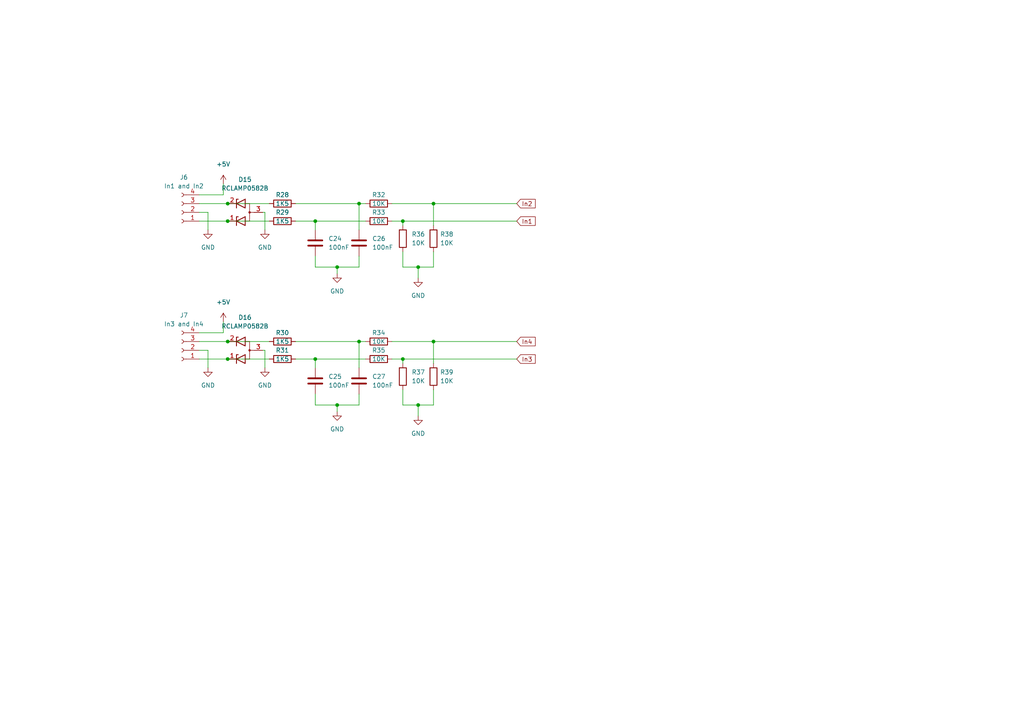
<source format=kicad_sch>
(kicad_sch (version 20230121) (generator eeschema)
  (paper "A4")
  (lib_symbols
    (symbol "Connector:Conn_01x04_Female" (pin_names (offset 1.016) hide)
      (property "Reference" "J" (at 0 5.08 0))
      (property "Value" "Conn_01x04_Female" (at 0 -7.62 0))
      (symbol "Conn_01x04_Female_1_1"
        (arc (start 0 -4.572) (mid -0.5058 -5.08) (end 0 -5.588) (stroke (width 0.1524)))
        (arc (start 0 -2.032) (mid -0.5058 -2.54) (end 0 -3.048) (stroke (width 0.1524)))
        (polyline (pts (xy -1.27 -5.08) (xy -0.508 -5.08)) (stroke (width 0.1524)))
        (polyline (pts (xy -1.27 -2.54) (xy -0.508 -2.54)) (stroke (width 0.1524)))
        (polyline (pts (xy -1.27 0) (xy -0.508 0)) (stroke (width 0.1524)))
        (polyline (pts (xy -1.27 2.54) (xy -0.508 2.54)) (stroke (width 0.1524)))
        (arc (start 0 0.508) (mid -0.5058 0) (end 0 -0.508) (stroke (width 0.1524)))
        (arc (start 0 3.048) (mid -0.5058 2.54) (end 0 2.032) (stroke (width 0.1524)))
        (pin passive line (at -5.08 2.54 0) (length 3.81) (name "Pin_1") (number "1"))
        (pin passive line (at -5.08 0 0) (length 3.81) (name "Pin_2") (number "2"))
        (pin passive line (at -5.08 -2.54 0) (length 3.81) (name "Pin_3") (number "3"))
        (pin passive line (at -5.08 -5.08 0) (length 3.81) (name "Pin_4") (number "4"))
      )
    )
    (symbol "Device:C" (pin_numbers hide) (pin_names (offset 0.254))
      (property "Reference" "C" (at 0.635 2.54 0))
      (property "Value" "C" (at 0.635 -2.54 0))
      (symbol "C_0_1"
        (polyline (pts (xy -2.032 -0.762) (xy 2.032 -0.762)) (stroke (width 0.508)))
        (polyline (pts (xy -2.032 0.762) (xy 2.032 0.762)) (stroke (width 0.508)))
      )
      (symbol "C_1_1"
        (pin passive line (at 0 3.81 270) (length 2.794) (name "~") (number "1"))
        (pin passive line (at 0 -3.81 90) (length 2.794) (name "~") (number "2"))
      )
    )
    (symbol "Device:R" (pin_numbers hide) (pin_names (offset 0))
      (property "Reference" "R" (at 2.032 0 90))
      (property "Value" "R" (at 0 0 90))
      (symbol "R_0_1"
        (rectangle (start -1.016 -2.54) (end 1.016 2.54) (stroke (width 0.254)))
      )
      (symbol "R_1_1"
        (pin passive line (at 0 3.81 270) (length 1.27) (name "~") (number "1"))
        (pin passive line (at 0 -3.81 90) (length 1.27) (name "~") (number "2"))
      )
    )
    (symbol "Power_Protection:RCLAMP0582B" (pin_names hide)
      (property "Reference" "D" (at 0 5.08 0))
      (property "Value" "RCLAMP0582B" (at 0 -5.08 0))
      (symbol "RCLAMP0582B_0_1"
        (polyline (pts (xy -2.54 0) (xy -1.27 0)))
        (polyline (pts (xy -1.27 2.54) (xy -1.27 -2.54)))
        (polyline (pts (xy 0 2.54) (xy -1.27 2.54)) (stroke (width 0.1524)))
        (polyline (pts (xy 2.54 3.81) (xy 2.54 1.27) (xy 2.032 1.27)) (stroke (width 0.254)))
        (polyline (pts (xy 0 1.27) (xy 0 3.81) (xy 2.54 2.54) (xy 0 1.27)) (stroke (width 0.254)))
        (pin passive line (at -5.08 0 0) (length 2.54) (name "A") (number "3"))
      )
      (symbol "RCLAMP0582B_1_1"
        (circle (center -1.27 0) (radius 0.254) (fill (type outline)))
        (polyline (pts (xy 0 -2.54) (xy -1.27 -2.54)) (stroke (width 0.1524)))
        (polyline (pts (xy 2.54 -1.27) (xy 2.54 -3.81) (xy 2.032 -3.81)) (stroke (width 0.254)))
        (polyline (pts (xy 0 -3.81) (xy 0 -1.27) (xy 2.54 -2.54) (xy 0 -3.81)) (stroke (width 0.254)))
        (pin passive line (at 5.08 2.54 180) (length 2.54) (name "K1") (number "1"))
        (pin passive line (at 5.08 -2.54 180) (length 2.54) (name "K2") (number "2"))
      )
    )
    (symbol "power:+5V" (power) (pin_names (offset 0))
      (property "Value" "+5V" (at 0 3.556 0))
      (symbol "+5V_0_1"
        (polyline (pts (xy -0.762 1.27) (xy 0 2.54)))
        (polyline (pts (xy 0 0) (xy 0 2.54)))
        (polyline (pts (xy 0 2.54) (xy 0.762 1.27)))
      )
      (symbol "+5V_1_1"
        (pin power_in line (at 0 0 90) (length 0) hide (name "+5V") (number "1"))
      )
    )
    (symbol "power:GND" (power) (pin_names (offset 0))
      (property "Value" "GND" (at 0 -3.81 0))
      (symbol "GND_0_1"
        (polyline (pts (xy 0 0) (xy 0 -1.27) (xy 1.27 -1.27) (xy 0 -2.54) (xy -1.27 -1.27) (xy 0 -1.27)))
      )
      (symbol "GND_1_1"
        (pin power_in line (at 0 0 270) (length 0) hide (name "GND") (number "1"))
      )
    )
  )
  (junction (at 104.14 99.06))
  (junction (at 121.285 117.475))
  (junction (at 116.84 104.14))
  (junction (at 121.285 77.47))
  (junction (at 66.04 104.14))
  (junction (at 97.79 77.47))
  (junction (at 91.44 104.14))
  (junction (at 91.44 64.135))
  (junction (at 66.04 64.135))
  (junction (at 116.84 64.135))
  (junction (at 125.73 59.055))
  (junction (at 97.79 117.475))
  (junction (at 66.04 59.055))
  (junction (at 66.04 99.06))
  (junction (at 104.14 59.055))
  (junction (at 125.73 99.06))
  (wire (pts (xy 116.84 64.135) (xy 113.665 64.135)))
  (wire (pts (xy 85.725 59.055) (xy 104.14 59.055)))
  (wire (pts (xy 116.84 105.41) (xy 116.84 104.14)))
  (wire (pts (xy 60.325 101.6) (xy 60.325 106.68)))
  (wire (pts (xy 57.785 59.055) (xy 66.04 59.055)))
  (wire (pts (xy 116.84 104.14) (xy 149.86 104.14)))
  (wire (pts (xy 57.785 96.52) (xy 64.77 96.52)))
  (wire (pts (xy 113.665 99.06) (xy 125.73 99.06)))
  (wire (pts (xy 66.04 59.055) (xy 78.105 59.055)))
  (wire (pts (xy 76.835 101.6) (xy 76.2 101.6)))
  (wire (pts (xy 76.835 66.675) (xy 76.835 61.595)))
  (wire (pts (xy 64.77 93.345) (xy 64.77 96.52)))
  (wire (pts (xy 60.325 61.595) (xy 60.325 66.675)))
  (wire (pts (xy 91.44 64.135) (xy 106.045 64.135)))
  (wire (pts (xy 125.73 99.06) (xy 149.86 99.06)))
  (wire (pts (xy 57.785 104.14) (xy 66.04 104.14)))
  (wire (pts (xy 97.79 77.47) (xy 91.44 77.47)))
  (wire (pts (xy 125.73 59.055) (xy 149.86 59.055)))
  (wire (pts (xy 76.835 61.595) (xy 76.2 61.595)))
  (wire (pts (xy 57.785 61.595) (xy 60.325 61.595)))
  (wire (pts (xy 91.44 74.295) (xy 91.44 77.47)))
  (wire (pts (xy 57.785 101.6) (xy 60.325 101.6)))
  (wire (pts (xy 91.44 66.675) (xy 91.44 64.135)))
  (wire (pts (xy 121.285 77.47) (xy 121.285 80.645)))
  (wire (pts (xy 97.79 119.38) (xy 97.79 117.475)))
  (wire (pts (xy 91.44 104.14) (xy 106.045 104.14)))
  (wire (pts (xy 116.84 77.47) (xy 121.285 77.47)))
  (wire (pts (xy 91.44 106.68) (xy 91.44 104.14)))
  (wire (pts (xy 97.79 117.475) (xy 91.44 117.475)))
  (wire (pts (xy 66.04 64.135) (xy 78.105 64.135)))
  (wire (pts (xy 104.14 99.06) (xy 104.14 106.68)))
  (wire (pts (xy 64.77 53.34) (xy 64.77 56.515)))
  (wire (pts (xy 121.285 77.47) (xy 125.73 77.47)))
  (wire (pts (xy 97.79 79.375) (xy 97.79 77.47)))
  (wire (pts (xy 104.14 59.055) (xy 106.045 59.055)))
  (wire (pts (xy 97.79 117.475) (xy 104.14 117.475)))
  (wire (pts (xy 104.14 59.055) (xy 104.14 66.675)))
  (wire (pts (xy 57.785 99.06) (xy 66.04 99.06)))
  (wire (pts (xy 116.84 117.475) (xy 121.285 117.475)))
  (wire (pts (xy 91.44 114.3) (xy 91.44 117.475)))
  (wire (pts (xy 116.84 64.135) (xy 149.86 64.135)))
  (wire (pts (xy 76.835 106.68) (xy 76.835 101.6)))
  (wire (pts (xy 57.785 64.135) (xy 66.04 64.135)))
  (wire (pts (xy 125.73 65.405) (xy 125.73 59.055)))
  (wire (pts (xy 66.04 104.14) (xy 78.105 104.14)))
  (wire (pts (xy 85.725 99.06) (xy 104.14 99.06)))
  (wire (pts (xy 125.73 105.41) (xy 125.73 99.06)))
  (wire (pts (xy 104.14 117.475) (xy 104.14 114.3)))
  (wire (pts (xy 91.44 64.135) (xy 85.725 64.135)))
  (wire (pts (xy 116.84 73.025) (xy 116.84 77.47)))
  (wire (pts (xy 66.04 99.06) (xy 78.105 99.06)))
  (wire (pts (xy 91.44 104.14) (xy 85.725 104.14)))
  (wire (pts (xy 57.785 56.515) (xy 64.77 56.515)))
  (wire (pts (xy 121.285 117.475) (xy 125.73 117.475)))
  (wire (pts (xy 121.285 117.475) (xy 121.285 120.65)))
  (wire (pts (xy 116.84 65.405) (xy 116.84 64.135)))
  (wire (pts (xy 104.14 99.06) (xy 106.045 99.06)))
  (wire (pts (xy 104.14 77.47) (xy 104.14 74.295)))
  (wire (pts (xy 125.73 113.03) (xy 125.73 117.475)))
  (wire (pts (xy 116.84 104.14) (xy 113.665 104.14)))
  (wire (pts (xy 97.79 77.47) (xy 104.14 77.47)))
  (wire (pts (xy 113.665 59.055) (xy 125.73 59.055)))
  (wire (pts (xy 116.84 113.03) (xy 116.84 117.475)))
  (wire (pts (xy 125.73 73.025) (xy 125.73 77.47)))
  (global_label "In1" (shape input) (at 149.86 64.135 0) (property "Intersheetrefs" "${INTERSHEET_REFS}" (effects hide)))
  (global_label "In2" (shape input) (at 149.86 59.055 0) (property "Intersheetrefs" "${INTERSHEET_REFS}" (effects hide)))
  (global_label "In3" (shape input) (at 149.86 104.14 0) (property "Intersheetrefs" "${INTERSHEET_REFS}" (effects hide)))
  (global_label "In4" (shape input) (at 149.86 99.06 0) (property "Intersheetrefs" "${INTERSHEET_REFS}" (effects hide)))
  (symbol (lib_id "Device:R") (at 109.855 59.055 90) (unit 1)
    (property "Reference" "R32" (at 109.855 56.515 90))
    (property "Value" "10K" (at 109.855 59.055 90))
    (property "Footprint" "Resistor_SMD:R_0603_1608Metric_Pad0.98x0.95mm_HandSolder" (effects hide))
  )
  (symbol (lib_id "Device:R") (at 125.73 69.215 180) (unit 1)
    (property "Reference" "R38" (at 127.635 67.9449 0) (effects (justify right)))
    (property "Value" "10K" (at 127.635 70.4849 0) (effects (justify right)))
    (property "Footprint" "Resistor_SMD:R_0603_1608Metric_Pad0.98x0.95mm_HandSolder" (effects hide))
  )
  (symbol (lib_id "Device:R") (at 81.915 104.14 90) (unit 1)
    (property "Reference" "R31" (at 81.915 101.6 90))
    (property "Value" "1K5" (at 81.915 104.14 90))
    (property "Footprint" "Resistor_SMD:R_0603_1608Metric_Pad0.98x0.95mm_HandSolder" (effects hide))
  )
  (symbol (lib_id "Power_Protection:RCLAMP0582B") (at 71.12 101.6 180) (unit 1)
    (property "Reference" "D16" (at 71.0565 92.075 0))
    (property "Value" "RCLAMP0582B" (at 71.0565 94.615 0))
    (property "Footprint" "Package_TO_SOT_SMD:SOT-416" (effects hide))
    (property "Datasheet" "https://www.semtech.com/products/circuit-protection/low-capacitance/rclamp0582b" (effects hide))
  )
  (symbol (lib_id "Device:R") (at 125.73 109.22 180) (unit 1)
    (property "Reference" "R39" (at 127.635 107.9499 0) (effects (justify right)))
    (property "Value" "10K" (at 127.635 110.4899 0) (effects (justify right)))
    (property "Footprint" "Resistor_SMD:R_0603_1608Metric_Pad0.98x0.95mm_HandSolder" (effects hide))
  )
  (symbol (lib_id "power:GND") (at 76.835 106.68 0) (unit 1)
    (property "Reference" "#PWR0137" (effects hide))
    (property "Value" "GND" (at 76.835 111.76 0))
  )
  (symbol (lib_id "Connector:Conn_01x04_Female") (at 52.705 61.595 180) (unit 1)
    (property "Reference" "J6" (at 53.34 51.435 0))
    (property "Value" "In1 and In2" (at 53.34 53.975 0))
    (property "Footprint" "Connector_Phoenix_MSTB:PhoenixContact_MSTBVA_2,5_4-G_1x04_P5.00mm_Vertical" (effects hide))
  )
  (symbol (lib_id "power:GND") (at 76.835 66.675 0) (unit 1)
    (property "Reference" "#PWR0139" (effects hide))
    (property "Value" "GND" (at 76.835 71.755 0))
  )
  (symbol (lib_id "Device:R") (at 116.84 69.215 180) (unit 1)
    (property "Reference" "R36" (at 119.38 67.9449 0) (effects (justify right)))
    (property "Value" "10K" (at 119.38 70.4849 0) (effects (justify right)))
    (property "Footprint" "Resistor_SMD:R_0603_1608Metric_Pad0.98x0.95mm_HandSolder" (effects hide))
  )
  (symbol (lib_id "Device:R") (at 109.855 104.14 90) (unit 1)
    (property "Reference" "R35" (at 109.855 101.6 90))
    (property "Value" "10K" (at 109.855 104.14 90))
    (property "Footprint" "Resistor_SMD:R_0603_1608Metric_Pad0.98x0.95mm_HandSolder" (effects hide))
  )
  (symbol (lib_id "power:GND") (at 60.325 106.68 0) (unit 1)
    (property "Reference" "#PWR0136" (effects hide))
    (property "Value" "GND" (at 60.325 111.76 0))
  )
  (symbol (lib_id "power:+5V") (at 64.77 53.34 0) (unit 1)
    (property "Reference" "#PWR0140" (effects hide))
    (property "Value" "+5V" (at 64.77 47.625 0))
  )
  (symbol (lib_id "Device:C") (at 104.14 110.49 0) (unit 1)
    (property "Reference" "C27" (at 107.95 109.2199 0) (effects (justify left)))
    (property "Value" "100nF" (at 107.95 111.7599 0) (effects (justify left)))
    (property "Footprint" "Capacitor_SMD:C_0603_1608Metric_Pad1.08x0.95mm_HandSolder" (effects hide))
  )
  (symbol (lib_id "power:GND") (at 121.285 80.645 0) (unit 1)
    (property "Reference" "#PWR0145" (effects hide))
    (property "Value" "GND" (at 121.285 85.725 0))
  )
  (symbol (lib_id "Device:C") (at 104.14 70.485 0) (unit 1)
    (property "Reference" "C26" (at 107.95 69.2149 0) (effects (justify left)))
    (property "Value" "100nF" (at 107.95 71.7549 0) (effects (justify left)))
    (property "Footprint" "Capacitor_SMD:C_0603_1608Metric_Pad1.08x0.95mm_HandSolder" (effects hide))
  )
  (symbol (lib_id "power:GND") (at 60.325 66.675 0) (unit 1)
    (property "Reference" "#PWR0138" (effects hide))
    (property "Value" "GND" (at 60.325 71.755 0))
  )
  (symbol (lib_id "power:+5V") (at 64.77 93.345 0) (unit 1)
    (property "Reference" "#PWR0141" (effects hide))
    (property "Value" "+5V" (at 64.77 87.63 0))
  )
  (symbol (lib_id "Device:C") (at 91.44 110.49 0) (unit 1)
    (property "Reference" "C25" (at 95.25 109.2199 0) (effects (justify left)))
    (property "Value" "100nF" (at 95.25 111.7599 0) (effects (justify left)))
    (property "Footprint" "Capacitor_SMD:C_0603_1608Metric_Pad1.08x0.95mm_HandSolder" (effects hide))
  )
  (symbol (lib_id "Device:R") (at 109.855 64.135 90) (unit 1)
    (property "Reference" "R33" (at 109.855 61.595 90))
    (property "Value" "10K" (at 109.855 64.135 90))
    (property "Footprint" "Resistor_SMD:R_0603_1608Metric_Pad0.98x0.95mm_HandSolder" (effects hide))
  )
  (symbol (lib_id "Device:R") (at 81.915 99.06 90) (unit 1)
    (property "Reference" "R30" (at 81.915 96.52 90))
    (property "Value" "1K5" (at 81.915 99.06 90))
    (property "Footprint" "Resistor_SMD:R_0603_1608Metric_Pad0.98x0.95mm_HandSolder" (effects hide))
  )
  (symbol (lib_id "power:GND") (at 97.79 79.375 0) (unit 1)
    (property "Reference" "#PWR0142" (effects hide))
    (property "Value" "GND" (at 97.79 84.455 0))
  )
  (symbol (lib_id "power:GND") (at 97.79 119.38 0) (unit 1)
    (property "Reference" "#PWR0143" (effects hide))
    (property "Value" "GND" (at 97.79 124.46 0))
  )
  (symbol (lib_id "power:GND") (at 121.285 120.65 0) (unit 1)
    (property "Reference" "#PWR0144" (effects hide))
    (property "Value" "GND" (at 121.285 125.73 0))
  )
  (symbol (lib_id "Connector:Conn_01x04_Female") (at 52.705 101.6 180) (unit 1)
    (property "Reference" "J7" (at 53.34 91.44 0))
    (property "Value" "In3 and In4" (at 53.34 93.98 0))
    (property "Footprint" "Connector_Phoenix_MSTB:PhoenixContact_MSTBVA_2,5_4-G_1x04_P5.00mm_Vertical" (effects hide))
  )
  (symbol (lib_id "Device:R") (at 109.855 99.06 90) (unit 1)
    (property "Reference" "R34" (at 109.855 96.52 90))
    (property "Value" "10K" (at 109.855 99.06 90))
    (property "Footprint" "Resistor_SMD:R_0603_1608Metric_Pad0.98x0.95mm_HandSolder" (effects hide))
  )
  (symbol (lib_id "Device:R") (at 81.915 64.135 90) (unit 1)
    (property "Reference" "R29" (at 81.915 61.595 90))
    (property "Value" "1K5" (at 81.915 64.135 90))
    (property "Footprint" "Resistor_SMD:R_0603_1608Metric_Pad0.98x0.95mm_HandSolder" (effects hide))
  )
  (symbol (lib_id "Device:R") (at 81.915 59.055 90) (unit 1)
    (property "Reference" "R28" (at 81.915 56.515 90))
    (property "Value" "1K5" (at 81.915 59.055 90))
    (property "Footprint" "Resistor_SMD:R_0603_1608Metric_Pad0.98x0.95mm_HandSolder" (effects hide))
  )
  (symbol (lib_id "Device:R") (at 116.84 109.22 180) (unit 1)
    (property "Reference" "R37" (at 119.38 107.9499 0) (effects (justify right)))
    (property "Value" "10K" (at 119.38 110.4899 0) (effects (justify right)))
    (property "Footprint" "Resistor_SMD:R_0603_1608Metric_Pad0.98x0.95mm_HandSolder" (effects hide))
  )
  (symbol (lib_id "Power_Protection:RCLAMP0582B") (at 71.12 61.595 180) (unit 1)
    (property "Reference" "D15" (at 71.0565 52.07 0))
    (property "Value" "RCLAMP0582B" (at 71.0565 54.61 0))
    (property "Footprint" "Package_TO_SOT_SMD:SOT-416" (effects hide))
    (property "Datasheet" "https://www.semtech.com/products/circuit-protection/low-capacitance/rclamp0582b" (effects hide))
  )
  (symbol (lib_id "Device:C") (at 91.44 70.485 0) (unit 1)
    (property "Reference" "C24" (at 95.25 69.2149 0) (effects (justify left)))
    (property "Value" "100nF" (at 95.25 71.7549 0) (effects (justify left)))
    (property "Footprint" "Capacitor_SMD:C_0603_1608Metric_Pad1.08x0.95mm_HandSolder" (effects hide))
  )
)
</source>
